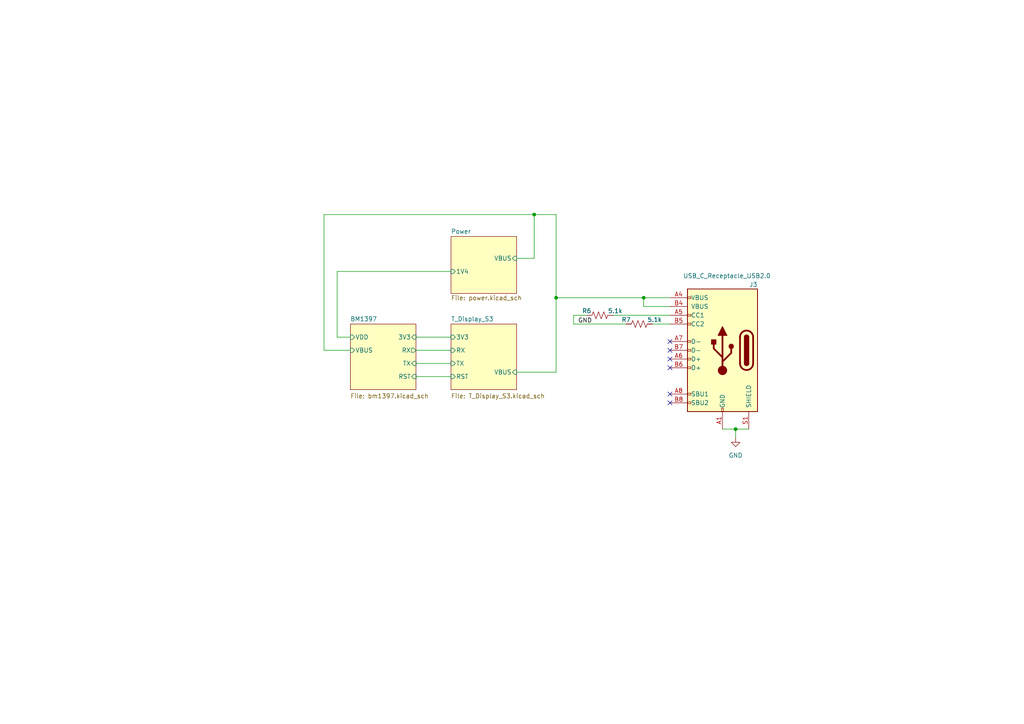
<source format=kicad_sch>
(kicad_sch (version 20231120) (generator "eeschema") (generator_version "8.0")
  (paper "A4")
  (title_block (title "NerdNOS") (date "2024-04-05") (rev "1"))
  (lib_symbols
    (symbol "Device:R_US" (pin_numbers hide) (pin_names (offset 0))
      (property "Reference" "R" (at 2.54 0 90))
      (property "Value" "R_US" (at -2.54 0 90))
      (symbol "R_US_0_1"
        (polyline (pts (xy 0 -2.286) (xy 0 -2.54)))
        (polyline (pts (xy 0 2.286) (xy 0 2.54)))
        (polyline (pts (xy 0 -0.762) (xy 1.016 -1.143) (xy 0 -1.524) (xy -1.016 -1.905) (xy 0 -2.286)))
        (polyline (pts (xy 0 0.762) (xy 1.016 0.381) (xy 0 0) (xy -1.016 -0.381) (xy 0 -0.762)))
        (polyline (pts (xy 0 2.286) (xy 1.016 1.905) (xy 0 1.524) (xy -1.016 1.143) (xy 0 0.762)))
      )
      (symbol "R_US_1_1"
        (pin passive line (at 0 3.81 270) (length 1.27) (name "~") (number "1"))
        (pin passive line (at 0 -3.81 90) (length 1.27) (name "~") (number "2"))
      )
    )
    (symbol "bitaxe:USB_C_Receptacle_USB2.0" (pin_names (offset 1.016))
      (property "Reference" "J" (at -10.16 19.05 0))
      (property "Value" "USB_C_Receptacle_USB2.0" (at 19.05 19.05 0))
      (symbol "USB_C_Receptacle_USB2.0_0_0"
        (rectangle (start -0.254 -17.78) (end 0.254 -16.764))
        (rectangle (start 10.16 -14.986) (end 9.144 -15.494))
        (rectangle (start 10.16 -12.446) (end 9.144 -12.954))
        (rectangle (start 10.16 -4.826) (end 9.144 -5.334))
        (rectangle (start 10.16 -2.286) (end 9.144 -2.794))
        (rectangle (start 10.16 0.254) (end 9.144 -0.254))
        (rectangle (start 10.16 2.794) (end 9.144 2.286))
        (rectangle (start 10.16 7.874) (end 9.144 7.366))
        (rectangle (start 10.16 10.414) (end 9.144 9.906))
        (rectangle (start 10.16 15.494) (end 9.144 14.986))
      )
      (symbol "USB_C_Receptacle_USB2.0_0_1"
        (rectangle (start -10.16 17.78) (end 10.16 -17.78) (stroke (width 0.254)) (fill (type background)))
        (arc (start -8.89 -3.81) (mid -6.985 -5.7067) (end -5.08 -3.81) (stroke (width 0.508)))
        (arc (start -7.62 -3.81) (mid -6.985 -4.4423) (end -6.35 -3.81) (stroke (width 0.254)))
        (arc (start -7.62 -3.81) (mid -6.985 -4.4423) (end -6.35 -3.81) (stroke (width 0.254)) (fill (type outline)))
        (rectangle (start -7.62 -3.81) (end -6.35 3.81) (stroke (width 0.254)) (fill (type outline)))
        (arc (start -6.35 3.81) (mid -6.985 4.4423) (end -7.62 3.81) (stroke (width 0.254)))
        (arc (start -6.35 3.81) (mid -6.985 4.4423) (end -7.62 3.81) (stroke (width 0.254)) (fill (type outline)))
        (arc (start -5.08 3.81) (mid -6.985 5.7067) (end -8.89 3.81) (stroke (width 0.508)))
        (circle (center -2.54 1.143) (radius 0.635) (stroke (width 0.254)) (fill (type outline)))
        (circle (center 0 -5.842) (radius 1.27) (fill (type outline)))
        (polyline (pts (xy -8.89 -3.81) (xy -8.89 3.81)) (stroke (width 0.508)))
        (polyline (pts (xy -5.08 3.81) (xy -5.08 -3.81)) (stroke (width 0.508)))
        (polyline (pts (xy 0 -5.842) (xy 0 4.318)) (stroke (width 0.508)))
        (polyline (pts (xy 0 -3.302) (xy -2.54 -0.762) (xy -2.54 0.508)) (stroke (width 0.508)))
        (polyline (pts (xy 0 -2.032) (xy 2.54 0.508) (xy 2.54 1.778)) (stroke (width 0.508)))
        (polyline (pts (xy -1.27 4.318) (xy 0 6.858) (xy 1.27 4.318) (xy -1.27 4.318)) (stroke (width 0.254)) (fill (type outline)))
        (rectangle (start 1.905 1.778) (end 3.175 3.048) (stroke (width 0.254)) (fill (type outline)))
      )
      (symbol "USB_C_Receptacle_USB2.0_1_1"
        (pin passive line (at 0 -22.86 90) (length 5.08) (name "GND") (number "A1"))
        (pin passive line (at 15.24 15.24 180) (length 5.08) (name "VBUS") (number "A4"))
        (pin bidirectional line (at 15.24 10.16 180) (length 5.08) (name "CC1") (number "A5"))
        (pin bidirectional line (at 15.24 -2.54 180) (length 5.08) (name "D+") (number "A6"))
        (pin bidirectional line (at 15.24 2.54 180) (length 5.08) (name "D-") (number "A7"))
        (pin bidirectional line (at 15.24 -12.7 180) (length 5.08) (name "SBU1") (number "A8"))
        (pin passive line (at 0 -22.86 90) (length 5.08) hide (name "GND") (number "B1"))
        (pin passive line (at 15.24 12.7 180) (length 5.08) (name "VBUS") (number "B4"))
        (pin bidirectional line (at 15.24 7.62 180) (length 5.08) (name "CC2") (number "B5"))
        (pin bidirectional line (at 15.24 -5.08 180) (length 5.08) (name "D+") (number "B6"))
        (pin bidirectional line (at 15.24 0 180) (length 5.08) (name "D-") (number "B7"))
        (pin bidirectional line (at 15.24 -15.24 180) (length 5.08) (name "SBU2") (number "B8"))
        (pin passive line (at -7.62 -22.86 90) (length 5.08) (name "SHIELD") (number "S1"))
      )
    )
    (symbol "power:GND" (power) (pin_numbers hide) (pin_names (offset 0) hide)
      (property "Value" "GND" (at 0 -3.81 0))
      (symbol "GND_0_1"
        (polyline (pts (xy 0 0) (xy 0 -1.27) (xy 1.27 -1.27) (xy 0 -2.54) (xy -1.27 -1.27) (xy 0 -1.27)))
      )
      (symbol "GND_1_1"
        (pin power_in line (at 0 0 270) (length 0) (name "~") (number "1"))
      )
    )
  )
  (junction (at 154.94 62.23))
  (junction (at 213.36 124.46))
  (junction (at 161.29 86.36))
  (junction (at 186.69 86.36))
  (no_connect (at 194.31 101.6))
  (no_connect (at 194.31 99.06))
  (no_connect (at 194.31 106.68))
  (no_connect (at 194.31 114.3))
  (no_connect (at 194.31 104.14))
  (no_connect (at 194.31 116.84))
  (wire (pts (xy 189.23 93.98) (xy 194.31 93.98)))
  (wire (pts (xy 93.98 101.6) (xy 101.6 101.6)))
  (wire (pts (xy 120.65 109.22) (xy 130.81 109.22)))
  (wire (pts (xy 181.61 93.98) (xy 166.37 93.98)))
  (wire (pts (xy 154.94 74.93) (xy 154.94 62.23)))
  (wire (pts (xy 130.81 78.74) (xy 97.79 78.74)))
  (wire (pts (xy 166.37 93.98) (xy 166.37 91.44)))
  (wire (pts (xy 93.98 62.23) (xy 93.98 101.6)))
  (wire (pts (xy 120.65 101.6) (xy 130.81 101.6)))
  (wire (pts (xy 120.65 105.41) (xy 130.81 105.41)))
  (wire (pts (xy 186.69 86.36) (xy 186.69 88.9)))
  (wire (pts (xy 186.69 88.9) (xy 194.31 88.9)))
  (wire (pts (xy 93.98 62.23) (xy 154.94 62.23)))
  (wire (pts (xy 177.8 91.44) (xy 194.31 91.44)))
  (wire (pts (xy 120.65 97.79) (xy 130.81 97.79)))
  (wire (pts (xy 149.86 107.95) (xy 161.29 107.95)))
  (wire (pts (xy 161.29 86.36) (xy 161.29 107.95)))
  (wire (pts (xy 213.36 124.46) (xy 213.36 127)))
  (wire (pts (xy 97.79 78.74) (xy 97.79 97.79)))
  (wire (pts (xy 161.29 62.23) (xy 154.94 62.23)))
  (wire (pts (xy 161.29 62.23) (xy 161.29 86.36)))
  (wire (pts (xy 161.29 86.36) (xy 186.69 86.36)))
  (wire (pts (xy 209.55 124.46) (xy 213.36 124.46)))
  (wire (pts (xy 149.86 74.93) (xy 154.94 74.93)))
  (wire (pts (xy 97.79 97.79) (xy 101.6 97.79)))
  (wire (pts (xy 213.36 124.46) (xy 217.17 124.46)))
  (wire (pts (xy 166.37 91.44) (xy 170.18 91.44)))
  (wire (pts (xy 186.69 86.36) (xy 194.31 86.36)))
  (label "GND" (at 167.64 93.98 0))
  (symbol (lib_id "bitaxe:USB_C_Receptacle_USB2.0") (at 209.55 101.6 0) (mirror y) (unit 1)
    (property "Reference" "J3" (at 219.71 82.55 0) (effects (justify left)))
    (property "Value" "USB_C_Receptacle_USB2.0" (at 198.12 80.01 0) (effects (justify right)))
    (property "Footprint" "Connector_USB:USB_C_Receptacle_GCT_USB4105-xx-A_16P_TopMnt_Horizontal" (effects (hide yes)))
    (property "Datasheet" "https://www.usb.org/sites/default/files/documents/usb_type-c.zip" (effects (hide yes)))
    (property "DK" "2073-USB4105-GF-ACT-ND" (effects (hide yes)))
    (property "PARTNO" "USB4105-GF-A" (effects (hide yes)))
  )
  (symbol (lib_id "power:GND") (at 213.36 127 0) (unit 1)
    (property "Reference" "#PWR04" (effects (hide yes)))
    (property "Value" "GND" (at 213.36 132.08 0))
    (property "Description" "Power symbol creates a global label with name \"GND\" , ground" (effects (hide yes)))
  )
  (symbol (lib_id "Device:R_US") (at 173.99 91.44 90) (unit 1)
    (property "Reference" "R6" (at 170.18 90.17 90))
    (property "Value" "5.1k" (at 178.435 90.17 90))
    (property "Footprint" "Resistor_SMD:R_0402_1005Metric" (effects (hide yes)))
    (property "DK" "RMCF0402JT5K10CT-ND" (effects (hide yes)))
    (property "PARTNO" "RMCF0402JT5K10" (effects (hide yes)))
  )
  (symbol (lib_id "Device:R_US") (at 185.42 93.98 90) (unit 1)
    (property "Reference" "R7" (at 181.61 92.71 90))
    (property "Value" "5.1k" (at 189.865 92.71 90))
    (property "Footprint" "Resistor_SMD:R_0402_1005Metric" (effects (hide yes)))
    (property "DK" "RMCF0402JT5K10CT-ND" (effects (hide yes)))
    (property "PARTNO" "RMCF0402JT5K10" (effects (hide yes)))
  )
  (sheet (at 101.6 93.98) (size 19.05 19.05) (stroke (width 0.1524)) (fill (color 255 255 194 1.0000))
    (property "Sheetname" "BM1397" (at 101.6 93.2684 0) (effects (justify left bottom)))
    (property "Sheetfile" "bm1397.kicad_sch" (at 101.6 114.1226 0) (effects (justify left top)))
    (pin "VDD" input (at 101.6 97.79 180))
    (pin "TX" input (at 120.65 105.41 0))
    (pin "3V3" input (at 120.65 97.79 0))
    (pin "RX" output (at 120.65 101.6 0))
    (pin "RST" input (at 120.65 109.22 0))
    (pin "VBUS" input (at 101.6 101.6 180))
  )
  (sheet (at 130.81 68.58) (size 19.05 16.51) (stroke (width 0.1524)) (fill (color 255 255 194 1.0000))
    (property "Sheetname" "Power" (at 130.81 67.8684 0) (effects (justify left bottom)))
    (property "Sheetfile" "power.kicad_sch" (at 130.81 85.6746 0) (effects (justify left top)))
    (pin "VBUS" input (at 149.86 74.93 0))
    (pin "1V4" input (at 130.81 78.74 180))
  )
  (sheet (at 130.81 93.98) (size 19.05 19.05) (stroke (width 0.1524)) (fill (color 255 255 194 1.0000))
    (property "Sheetname" "T_Display_S3" (at 130.81 93.2684 0) (effects (justify left bottom)))
    (property "Sheetfile" "T_Display_S3.kicad_sch" (at 130.81 114.1226 0) (effects (justify left top)))
    (pin "VBUS" input (at 149.86 107.95 0))
    (pin "RX" input (at 130.81 101.6 180))
    (pin "TX" input (at 130.81 105.41 180))
    (pin "RST" input (at 130.81 109.22 180))
    (pin "3V3" input (at 130.81 97.79 180))
  )
)
</source>
